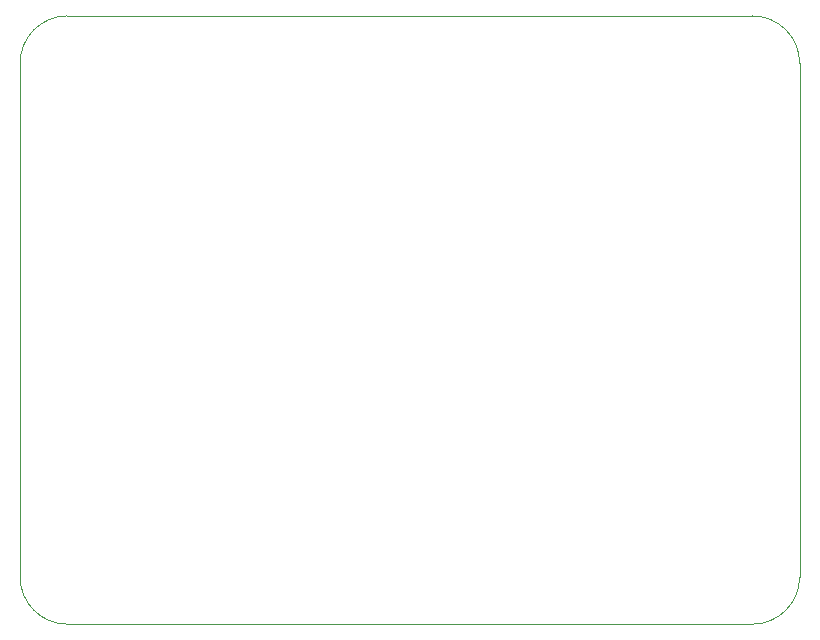
<source format=gm1>
G04 #@! TF.GenerationSoftware,KiCad,Pcbnew,(5.0.0-rc2-dev-390-g2bfbff1)*
G04 #@! TF.CreationDate,2018-04-26T20:39:25-05:00*
G04 #@! TF.ProjectId,WiFi-Gate-Controller,576946692D476174652D436F6E74726F,rev?*
G04 #@! TF.SameCoordinates,Original*
G04 #@! TF.FileFunction,Profile,NP*
%FSLAX46Y46*%
G04 Gerber Fmt 4.6, Leading zero omitted, Abs format (unit mm)*
G04 Created by KiCad (PCBNEW (5.0.0-rc2-dev-390-g2bfbff1)) date Thursday, April 26, 2018 at 08:39:25 PM*
%MOMM*%
%LPD*%
G01*
G04 APERTURE LIST*
%ADD10C,0.100000*%
G04 APERTURE END LIST*
D10*
X88000000Y-83000000D02*
G75*
G03X92000000Y-79000000I0J4000000D01*
G01*
X30000000Y-31500000D02*
G75*
G03X26000000Y-35500000I0J-4000000D01*
G01*
X30000000Y-83000000D02*
X88000000Y-83000000D01*
X92000000Y-35500000D02*
G75*
G03X88000000Y-31500000I-4000000J0D01*
G01*
X30000000Y-31500000D02*
X88000000Y-31500000D01*
X26000000Y-79000000D02*
G75*
G03X30000000Y-83000000I4000000J0D01*
G01*
X26000000Y-35500000D02*
X26000000Y-79000000D01*
X92000000Y-35500000D02*
X92000000Y-79000000D01*
M02*

</source>
